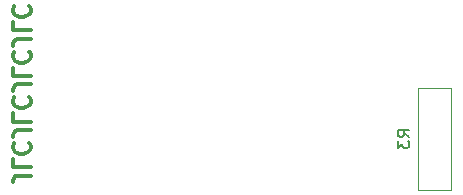
<source format=gbo>
G04 #@! TF.GenerationSoftware,KiCad,Pcbnew,(7.0.0)*
G04 #@! TF.CreationDate,2023-05-02T10:20:12-04:00*
G04 #@! TF.ProjectId,Feather-F405-Bridge,46656174-6865-4722-9d46-3430352d4272,rev?*
G04 #@! TF.SameCoordinates,Original*
G04 #@! TF.FileFunction,Legend,Bot*
G04 #@! TF.FilePolarity,Positive*
%FSLAX46Y46*%
G04 Gerber Fmt 4.6, Leading zero omitted, Abs format (unit mm)*
G04 Created by KiCad (PCBNEW (7.0.0)) date 2023-05-02 10:20:12*
%MOMM*%
%LPD*%
G01*
G04 APERTURE LIST*
%ADD10C,0.300000*%
%ADD11C,0.150000*%
%ADD12C,0.120000*%
%ADD13C,1.600000*%
%ADD14C,2.000000*%
%ADD15C,3.556000*%
%ADD16C,2.540000*%
%ADD17R,1.700000X1.700000*%
%ADD18O,1.700000X1.700000*%
%ADD19C,1.700000*%
G04 APERTURE END LIST*
D10*
X47049928Y-168218571D02*
X45978500Y-168218571D01*
X45978500Y-168218571D02*
X45764214Y-168290000D01*
X45764214Y-168290000D02*
X45621357Y-168432857D01*
X45621357Y-168432857D02*
X45549928Y-168647143D01*
X45549928Y-168647143D02*
X45549928Y-168790000D01*
X45549928Y-166790000D02*
X45549928Y-167504286D01*
X45549928Y-167504286D02*
X47049928Y-167504286D01*
X45692785Y-165432857D02*
X45621357Y-165504285D01*
X45621357Y-165504285D02*
X45549928Y-165718571D01*
X45549928Y-165718571D02*
X45549928Y-165861428D01*
X45549928Y-165861428D02*
X45621357Y-166075714D01*
X45621357Y-166075714D02*
X45764214Y-166218571D01*
X45764214Y-166218571D02*
X45907071Y-166290000D01*
X45907071Y-166290000D02*
X46192785Y-166361428D01*
X46192785Y-166361428D02*
X46407071Y-166361428D01*
X46407071Y-166361428D02*
X46692785Y-166290000D01*
X46692785Y-166290000D02*
X46835642Y-166218571D01*
X46835642Y-166218571D02*
X46978500Y-166075714D01*
X46978500Y-166075714D02*
X47049928Y-165861428D01*
X47049928Y-165861428D02*
X47049928Y-165718571D01*
X47049928Y-165718571D02*
X46978500Y-165504285D01*
X46978500Y-165504285D02*
X46907071Y-165432857D01*
X47049928Y-164361428D02*
X45978500Y-164361428D01*
X45978500Y-164361428D02*
X45764214Y-164432857D01*
X45764214Y-164432857D02*
X45621357Y-164575714D01*
X45621357Y-164575714D02*
X45549928Y-164790000D01*
X45549928Y-164790000D02*
X45549928Y-164932857D01*
X45549928Y-162932857D02*
X45549928Y-163647143D01*
X45549928Y-163647143D02*
X47049928Y-163647143D01*
X45692785Y-161575714D02*
X45621357Y-161647142D01*
X45621357Y-161647142D02*
X45549928Y-161861428D01*
X45549928Y-161861428D02*
X45549928Y-162004285D01*
X45549928Y-162004285D02*
X45621357Y-162218571D01*
X45621357Y-162218571D02*
X45764214Y-162361428D01*
X45764214Y-162361428D02*
X45907071Y-162432857D01*
X45907071Y-162432857D02*
X46192785Y-162504285D01*
X46192785Y-162504285D02*
X46407071Y-162504285D01*
X46407071Y-162504285D02*
X46692785Y-162432857D01*
X46692785Y-162432857D02*
X46835642Y-162361428D01*
X46835642Y-162361428D02*
X46978500Y-162218571D01*
X46978500Y-162218571D02*
X47049928Y-162004285D01*
X47049928Y-162004285D02*
X47049928Y-161861428D01*
X47049928Y-161861428D02*
X46978500Y-161647142D01*
X46978500Y-161647142D02*
X46907071Y-161575714D01*
X47049928Y-160504285D02*
X45978500Y-160504285D01*
X45978500Y-160504285D02*
X45764214Y-160575714D01*
X45764214Y-160575714D02*
X45621357Y-160718571D01*
X45621357Y-160718571D02*
X45549928Y-160932857D01*
X45549928Y-160932857D02*
X45549928Y-161075714D01*
X45549928Y-159075714D02*
X45549928Y-159790000D01*
X45549928Y-159790000D02*
X47049928Y-159790000D01*
X45692785Y-157718571D02*
X45621357Y-157789999D01*
X45621357Y-157789999D02*
X45549928Y-158004285D01*
X45549928Y-158004285D02*
X45549928Y-158147142D01*
X45549928Y-158147142D02*
X45621357Y-158361428D01*
X45621357Y-158361428D02*
X45764214Y-158504285D01*
X45764214Y-158504285D02*
X45907071Y-158575714D01*
X45907071Y-158575714D02*
X46192785Y-158647142D01*
X46192785Y-158647142D02*
X46407071Y-158647142D01*
X46407071Y-158647142D02*
X46692785Y-158575714D01*
X46692785Y-158575714D02*
X46835642Y-158504285D01*
X46835642Y-158504285D02*
X46978500Y-158361428D01*
X46978500Y-158361428D02*
X47049928Y-158147142D01*
X47049928Y-158147142D02*
X47049928Y-158004285D01*
X47049928Y-158004285D02*
X46978500Y-157789999D01*
X46978500Y-157789999D02*
X46907071Y-157718571D01*
X47049928Y-156647142D02*
X45978500Y-156647142D01*
X45978500Y-156647142D02*
X45764214Y-156718571D01*
X45764214Y-156718571D02*
X45621357Y-156861428D01*
X45621357Y-156861428D02*
X45549928Y-157075714D01*
X45549928Y-157075714D02*
X45549928Y-157218571D01*
X45549928Y-155218571D02*
X45549928Y-155932857D01*
X45549928Y-155932857D02*
X47049928Y-155932857D01*
X45692785Y-153861428D02*
X45621357Y-153932856D01*
X45621357Y-153932856D02*
X45549928Y-154147142D01*
X45549928Y-154147142D02*
X45549928Y-154289999D01*
X45549928Y-154289999D02*
X45621357Y-154504285D01*
X45621357Y-154504285D02*
X45764214Y-154647142D01*
X45764214Y-154647142D02*
X45907071Y-154718571D01*
X45907071Y-154718571D02*
X46192785Y-154789999D01*
X46192785Y-154789999D02*
X46407071Y-154789999D01*
X46407071Y-154789999D02*
X46692785Y-154718571D01*
X46692785Y-154718571D02*
X46835642Y-154647142D01*
X46835642Y-154647142D02*
X46978500Y-154504285D01*
X46978500Y-154504285D02*
X47049928Y-154289999D01*
X47049928Y-154289999D02*
X47049928Y-154147142D01*
X47049928Y-154147142D02*
X46978500Y-153932856D01*
X46978500Y-153932856D02*
X46907071Y-153861428D01*
D11*
X79127380Y-164933333D02*
X78651190Y-164600000D01*
X79127380Y-164361905D02*
X78127380Y-164361905D01*
X78127380Y-164361905D02*
X78127380Y-164742857D01*
X78127380Y-164742857D02*
X78175000Y-164838095D01*
X78175000Y-164838095D02*
X78222619Y-164885714D01*
X78222619Y-164885714D02*
X78317857Y-164933333D01*
X78317857Y-164933333D02*
X78460714Y-164933333D01*
X78460714Y-164933333D02*
X78555952Y-164885714D01*
X78555952Y-164885714D02*
X78603571Y-164838095D01*
X78603571Y-164838095D02*
X78651190Y-164742857D01*
X78651190Y-164742857D02*
X78651190Y-164361905D01*
X78127380Y-165266667D02*
X78127380Y-165885714D01*
X78127380Y-165885714D02*
X78508333Y-165552381D01*
X78508333Y-165552381D02*
X78508333Y-165695238D01*
X78508333Y-165695238D02*
X78555952Y-165790476D01*
X78555952Y-165790476D02*
X78603571Y-165838095D01*
X78603571Y-165838095D02*
X78698809Y-165885714D01*
X78698809Y-165885714D02*
X78936904Y-165885714D01*
X78936904Y-165885714D02*
X79032142Y-165838095D01*
X79032142Y-165838095D02*
X79079761Y-165790476D01*
X79079761Y-165790476D02*
X79127380Y-165695238D01*
X79127380Y-165695238D02*
X79127380Y-165409524D01*
X79127380Y-165409524D02*
X79079761Y-165314286D01*
X79079761Y-165314286D02*
X79032142Y-165266667D01*
D12*
X82670000Y-160790000D02*
X82670000Y-169410000D01*
X79890000Y-160790000D02*
X82670000Y-160790000D01*
X79890000Y-160790000D02*
X79890000Y-169410000D01*
X79890000Y-169410000D02*
X82670000Y-169410000D01*
%LPC*%
G36*
X81495000Y-133477000D02*
G01*
X79795000Y-133477000D01*
X79795000Y-120777000D01*
X81495000Y-120777000D01*
X81495000Y-133477000D01*
G37*
G36*
X78955000Y-133477000D02*
G01*
X77255000Y-133477000D01*
X77255000Y-120777000D01*
X78955000Y-120777000D01*
X78955000Y-133477000D01*
G37*
D13*
X81280000Y-167640000D03*
X81280000Y-162560000D03*
X48260000Y-167640000D03*
X48260000Y-162560000D03*
D14*
X50673000Y-130787000D03*
X50673000Y-137287000D03*
X46173000Y-130787000D03*
X46173000Y-137287000D03*
X50673000Y-121262000D03*
X50673000Y-127762000D03*
X46173000Y-121262000D03*
X46173000Y-127762000D03*
D13*
X61722000Y-129453000D03*
X61722000Y-131953000D03*
D15*
X55040000Y-120740000D03*
D16*
X55040000Y-166460000D03*
D15*
X72820000Y-120740000D03*
D16*
X72820000Y-166460000D03*
D17*
X53769999Y-124549999D03*
D18*
X53769999Y-127089999D03*
X53769999Y-129629999D03*
X53769999Y-132169999D03*
X53769999Y-134709999D03*
X53769999Y-137249999D03*
X53769999Y-139789999D03*
X53769999Y-142329999D03*
X53769999Y-144869999D03*
X53769999Y-147409999D03*
X53769999Y-149949999D03*
X53769999Y-152489999D03*
X53769999Y-155029999D03*
X53769999Y-157569999D03*
X53769999Y-160109999D03*
D17*
X53769999Y-162649999D03*
X74089999Y-162649999D03*
D18*
X74089999Y-160109999D03*
X74089999Y-157569999D03*
X74089999Y-155029999D03*
X74089999Y-152489999D03*
X74089999Y-149949999D03*
X74089999Y-147409999D03*
X74089999Y-144869999D03*
X74089999Y-142329999D03*
X74089999Y-139789999D03*
X74089999Y-137249999D03*
D17*
X74089999Y-134709999D03*
D18*
X69009999Y-122644999D03*
X66469999Y-122644999D03*
X63929999Y-122644999D03*
X61389999Y-122644999D03*
X58849999Y-122644999D03*
D19*
X66470000Y-144870000D03*
X63930000Y-144870000D03*
X61390000Y-144870000D03*
D17*
X80898999Y-144017999D03*
D18*
X80898999Y-146557999D03*
X80898999Y-149097999D03*
X80898999Y-151637999D03*
X80898999Y-154177999D03*
X80898999Y-156717999D03*
D17*
X48640999Y-144017999D03*
D18*
X48640999Y-146557999D03*
X48640999Y-149097999D03*
X48640999Y-151637999D03*
X48640999Y-154177999D03*
X48640999Y-156717999D03*
D13*
X58547000Y-134488000D03*
X58547000Y-129408000D03*
D19*
X78105000Y-133477000D03*
D18*
X80644999Y-133476999D03*
X78104999Y-130936999D03*
X80644999Y-130936999D03*
X78104999Y-128396999D03*
X80644999Y-128396999D03*
X78104999Y-125856999D03*
X80644999Y-125856999D03*
X78104999Y-123316999D03*
X80644999Y-123316999D03*
X78104999Y-120776999D03*
X80644999Y-120776999D03*
M02*

</source>
